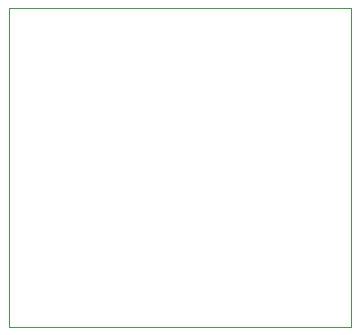
<source format=gbr>
%TF.GenerationSoftware,KiCad,Pcbnew,(5.1.10)-1*%
%TF.CreationDate,2021-10-14T08:55:52-04:00*%
%TF.ProjectId,TP_Final,54505f46-696e-4616-9c2e-6b696361645f,rev?*%
%TF.SameCoordinates,Original*%
%TF.FileFunction,Profile,NP*%
%FSLAX46Y46*%
G04 Gerber Fmt 4.6, Leading zero omitted, Abs format (unit mm)*
G04 Created by KiCad (PCBNEW (5.1.10)-1) date 2021-10-14 08:55:52*
%MOMM*%
%LPD*%
G01*
G04 APERTURE LIST*
%TA.AperFunction,Profile*%
%ADD10C,0.050000*%
%TD*%
G04 APERTURE END LIST*
D10*
X107750000Y-115750000D02*
X136750000Y-115750000D01*
X107750000Y-88750000D02*
X107750000Y-115750000D01*
X136750000Y-88750000D02*
X107750000Y-88750000D01*
X136750000Y-115750000D02*
X136750000Y-88750000D01*
M02*

</source>
